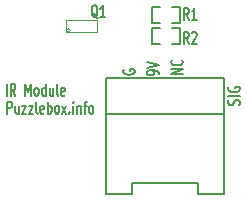
<source format=gto>
G04 (created by PCBNEW (2013-05-16 BZR 4016)-stable) date 7/10/2013 01:12:26*
%MOIN*%
G04 Gerber Fmt 3.4, Leading zero omitted, Abs format*
%FSLAX34Y34*%
G01*
G70*
G90*
G04 APERTURE LIST*
%ADD10C,0.00590551*%
%ADD11C,0.005*%
%ADD12C,0.0031*%
%ADD13C,0.006*%
G04 APERTURE END LIST*
G54D10*
X86099Y-64289D02*
X86099Y-63895D01*
X86204Y-63895D01*
X86230Y-63914D01*
X86243Y-63933D01*
X86257Y-63970D01*
X86257Y-64026D01*
X86243Y-64064D01*
X86230Y-64083D01*
X86204Y-64101D01*
X86099Y-64101D01*
X86493Y-64026D02*
X86493Y-64289D01*
X86375Y-64026D02*
X86375Y-64233D01*
X86388Y-64270D01*
X86414Y-64289D01*
X86453Y-64289D01*
X86480Y-64270D01*
X86493Y-64251D01*
X86598Y-64026D02*
X86742Y-64026D01*
X86598Y-64289D01*
X86742Y-64289D01*
X86821Y-64026D02*
X86965Y-64026D01*
X86821Y-64289D01*
X86965Y-64289D01*
X87110Y-64289D02*
X87083Y-64270D01*
X87070Y-64233D01*
X87070Y-63895D01*
X87320Y-64270D02*
X87293Y-64289D01*
X87241Y-64289D01*
X87215Y-64270D01*
X87201Y-64233D01*
X87201Y-64083D01*
X87215Y-64045D01*
X87241Y-64026D01*
X87293Y-64026D01*
X87320Y-64045D01*
X87333Y-64083D01*
X87333Y-64120D01*
X87201Y-64158D01*
X87451Y-64289D02*
X87451Y-63895D01*
X87451Y-64045D02*
X87477Y-64026D01*
X87530Y-64026D01*
X87556Y-64045D01*
X87569Y-64064D01*
X87582Y-64101D01*
X87582Y-64214D01*
X87569Y-64251D01*
X87556Y-64270D01*
X87530Y-64289D01*
X87477Y-64289D01*
X87451Y-64270D01*
X87739Y-64289D02*
X87713Y-64270D01*
X87700Y-64251D01*
X87687Y-64214D01*
X87687Y-64101D01*
X87700Y-64064D01*
X87713Y-64045D01*
X87739Y-64026D01*
X87779Y-64026D01*
X87805Y-64045D01*
X87818Y-64064D01*
X87831Y-64101D01*
X87831Y-64214D01*
X87818Y-64251D01*
X87805Y-64270D01*
X87779Y-64289D01*
X87739Y-64289D01*
X87923Y-64289D02*
X88068Y-64026D01*
X87923Y-64026D02*
X88068Y-64289D01*
X88173Y-64251D02*
X88186Y-64270D01*
X88173Y-64289D01*
X88159Y-64270D01*
X88173Y-64251D01*
X88173Y-64289D01*
X88304Y-64289D02*
X88304Y-64026D01*
X88304Y-63895D02*
X88291Y-63914D01*
X88304Y-63933D01*
X88317Y-63914D01*
X88304Y-63895D01*
X88304Y-63933D01*
X88435Y-64026D02*
X88435Y-64289D01*
X88435Y-64064D02*
X88448Y-64045D01*
X88474Y-64026D01*
X88514Y-64026D01*
X88540Y-64045D01*
X88553Y-64083D01*
X88553Y-64289D01*
X88645Y-64026D02*
X88750Y-64026D01*
X88684Y-64289D02*
X88684Y-63951D01*
X88697Y-63914D01*
X88724Y-63895D01*
X88750Y-63895D01*
X88881Y-64289D02*
X88855Y-64270D01*
X88842Y-64251D01*
X88829Y-64214D01*
X88829Y-64101D01*
X88842Y-64064D01*
X88855Y-64045D01*
X88881Y-64026D01*
X88921Y-64026D01*
X88947Y-64045D01*
X88960Y-64064D01*
X88973Y-64101D01*
X88973Y-64214D01*
X88960Y-64251D01*
X88947Y-64270D01*
X88921Y-64289D01*
X88881Y-64289D01*
X86085Y-63689D02*
X86085Y-63295D01*
X86374Y-63689D02*
X86282Y-63501D01*
X86216Y-63689D02*
X86216Y-63295D01*
X86321Y-63295D01*
X86347Y-63314D01*
X86361Y-63333D01*
X86374Y-63370D01*
X86374Y-63426D01*
X86361Y-63464D01*
X86347Y-63483D01*
X86321Y-63501D01*
X86216Y-63501D01*
X86702Y-63689D02*
X86702Y-63295D01*
X86794Y-63576D01*
X86885Y-63295D01*
X86885Y-63689D01*
X87056Y-63689D02*
X87030Y-63670D01*
X87017Y-63651D01*
X87004Y-63614D01*
X87004Y-63501D01*
X87017Y-63464D01*
X87030Y-63445D01*
X87056Y-63426D01*
X87095Y-63426D01*
X87122Y-63445D01*
X87135Y-63464D01*
X87148Y-63501D01*
X87148Y-63614D01*
X87135Y-63651D01*
X87122Y-63670D01*
X87095Y-63689D01*
X87056Y-63689D01*
X87384Y-63689D02*
X87384Y-63295D01*
X87384Y-63670D02*
X87358Y-63689D01*
X87305Y-63689D01*
X87279Y-63670D01*
X87266Y-63651D01*
X87253Y-63614D01*
X87253Y-63501D01*
X87266Y-63464D01*
X87279Y-63445D01*
X87305Y-63426D01*
X87358Y-63426D01*
X87384Y-63445D01*
X87633Y-63426D02*
X87633Y-63689D01*
X87515Y-63426D02*
X87515Y-63633D01*
X87529Y-63670D01*
X87555Y-63689D01*
X87594Y-63689D01*
X87620Y-63670D01*
X87633Y-63651D01*
X87804Y-63689D02*
X87778Y-63670D01*
X87765Y-63633D01*
X87765Y-63295D01*
X88014Y-63670D02*
X87988Y-63689D01*
X87935Y-63689D01*
X87909Y-63670D01*
X87896Y-63633D01*
X87896Y-63483D01*
X87909Y-63445D01*
X87935Y-63426D01*
X87988Y-63426D01*
X88014Y-63445D01*
X88027Y-63483D01*
X88027Y-63520D01*
X87896Y-63558D01*
G54D11*
X91203Y-61425D02*
X90925Y-61425D01*
X90925Y-61425D02*
X90925Y-61975D01*
X90925Y-61975D02*
X91203Y-61975D01*
X91875Y-61425D02*
X91597Y-61425D01*
X91875Y-61425D02*
X91875Y-61975D01*
X91875Y-61975D02*
X91597Y-61975D01*
X91597Y-61275D02*
X91875Y-61275D01*
X91875Y-61275D02*
X91875Y-60725D01*
X91875Y-60725D02*
X91597Y-60725D01*
X90925Y-61275D02*
X91203Y-61275D01*
X90925Y-61275D02*
X90925Y-60725D01*
X90925Y-60725D02*
X91203Y-60725D01*
G54D10*
X89400Y-64310D02*
X93310Y-64310D01*
X93310Y-63100D02*
X93310Y-66980D01*
X93310Y-66980D02*
X92460Y-66980D01*
X92460Y-66980D02*
X92460Y-66590D01*
X92460Y-66590D02*
X90250Y-66590D01*
X90250Y-66590D02*
X90250Y-66980D01*
X90250Y-66980D02*
X89410Y-66980D01*
X89400Y-66980D02*
X89400Y-63100D01*
X89400Y-63100D02*
X93310Y-63100D01*
G54D12*
X88199Y-61518D02*
G75*
G03X88199Y-61518I-62J0D01*
G74*
G01*
X89100Y-61180D02*
X89100Y-61580D01*
X88075Y-61180D02*
X88075Y-61580D01*
X89100Y-61580D02*
X88075Y-61580D01*
X88075Y-61180D02*
X89100Y-61180D01*
G54D10*
X92154Y-61959D02*
X92062Y-61771D01*
X91996Y-61959D02*
X91996Y-61565D01*
X92101Y-61565D01*
X92127Y-61584D01*
X92140Y-61603D01*
X92154Y-61640D01*
X92154Y-61696D01*
X92140Y-61734D01*
X92127Y-61753D01*
X92101Y-61771D01*
X91996Y-61771D01*
X92259Y-61603D02*
X92272Y-61584D01*
X92298Y-61565D01*
X92364Y-61565D01*
X92390Y-61584D01*
X92403Y-61603D01*
X92416Y-61640D01*
X92416Y-61678D01*
X92403Y-61734D01*
X92245Y-61959D01*
X92416Y-61959D01*
X92154Y-61159D02*
X92062Y-60971D01*
X91996Y-61159D02*
X91996Y-60765D01*
X92101Y-60765D01*
X92127Y-60784D01*
X92140Y-60803D01*
X92154Y-60840D01*
X92154Y-60896D01*
X92140Y-60934D01*
X92127Y-60953D01*
X92101Y-60971D01*
X91996Y-60971D01*
X92416Y-61159D02*
X92259Y-61159D01*
X92337Y-61159D02*
X92337Y-60765D01*
X92311Y-60821D01*
X92285Y-60859D01*
X92259Y-60878D01*
G54D13*
X93842Y-64007D02*
X93861Y-63964D01*
X93861Y-63892D01*
X93842Y-63864D01*
X93823Y-63849D01*
X93785Y-63835D01*
X93747Y-63835D01*
X93709Y-63849D01*
X93690Y-63864D01*
X93671Y-63892D01*
X93652Y-63949D01*
X93633Y-63978D01*
X93614Y-63992D01*
X93576Y-64007D01*
X93538Y-64007D01*
X93500Y-63992D01*
X93480Y-63978D01*
X93461Y-63949D01*
X93461Y-63878D01*
X93480Y-63835D01*
X93861Y-63707D02*
X93461Y-63707D01*
X93480Y-63407D02*
X93461Y-63435D01*
X93461Y-63478D01*
X93480Y-63521D01*
X93519Y-63550D01*
X93557Y-63564D01*
X93633Y-63578D01*
X93690Y-63578D01*
X93766Y-63564D01*
X93804Y-63550D01*
X93842Y-63521D01*
X93861Y-63478D01*
X93861Y-63450D01*
X93842Y-63407D01*
X93823Y-63392D01*
X93690Y-63392D01*
X93690Y-63450D01*
X91961Y-62985D02*
X91561Y-62985D01*
X91961Y-62814D01*
X91561Y-62814D01*
X91923Y-62500D02*
X91942Y-62514D01*
X91961Y-62557D01*
X91961Y-62585D01*
X91942Y-62628D01*
X91904Y-62657D01*
X91866Y-62671D01*
X91790Y-62685D01*
X91733Y-62685D01*
X91657Y-62671D01*
X91619Y-62657D01*
X91580Y-62628D01*
X91561Y-62585D01*
X91561Y-62557D01*
X91580Y-62514D01*
X91600Y-62500D01*
X91161Y-62985D02*
X91161Y-62928D01*
X91142Y-62899D01*
X91123Y-62885D01*
X91066Y-62857D01*
X90990Y-62842D01*
X90838Y-62842D01*
X90800Y-62857D01*
X90780Y-62871D01*
X90761Y-62899D01*
X90761Y-62957D01*
X90780Y-62985D01*
X90800Y-62999D01*
X90838Y-63014D01*
X90933Y-63014D01*
X90971Y-62999D01*
X90990Y-62985D01*
X91009Y-62957D01*
X91009Y-62899D01*
X90990Y-62871D01*
X90971Y-62857D01*
X90933Y-62842D01*
X90761Y-62757D02*
X91161Y-62657D01*
X90761Y-62557D01*
X89980Y-62821D02*
X89961Y-62850D01*
X89961Y-62892D01*
X89980Y-62935D01*
X90019Y-62964D01*
X90057Y-62978D01*
X90133Y-62992D01*
X90190Y-62992D01*
X90266Y-62978D01*
X90304Y-62964D01*
X90342Y-62935D01*
X90361Y-62892D01*
X90361Y-62864D01*
X90342Y-62821D01*
X90323Y-62807D01*
X90190Y-62807D01*
X90190Y-62864D01*
G54D10*
X89113Y-61106D02*
X89087Y-61088D01*
X89061Y-61050D01*
X89021Y-60994D01*
X88995Y-60975D01*
X88969Y-60975D01*
X88982Y-61069D02*
X88956Y-61050D01*
X88930Y-61013D01*
X88916Y-60938D01*
X88916Y-60806D01*
X88930Y-60731D01*
X88956Y-60694D01*
X88982Y-60675D01*
X89035Y-60675D01*
X89061Y-60694D01*
X89087Y-60731D01*
X89100Y-60806D01*
X89100Y-60938D01*
X89087Y-61013D01*
X89061Y-61050D01*
X89035Y-61069D01*
X88982Y-61069D01*
X89363Y-61069D02*
X89205Y-61069D01*
X89284Y-61069D02*
X89284Y-60675D01*
X89258Y-60731D01*
X89231Y-60769D01*
X89205Y-60788D01*
M02*

</source>
